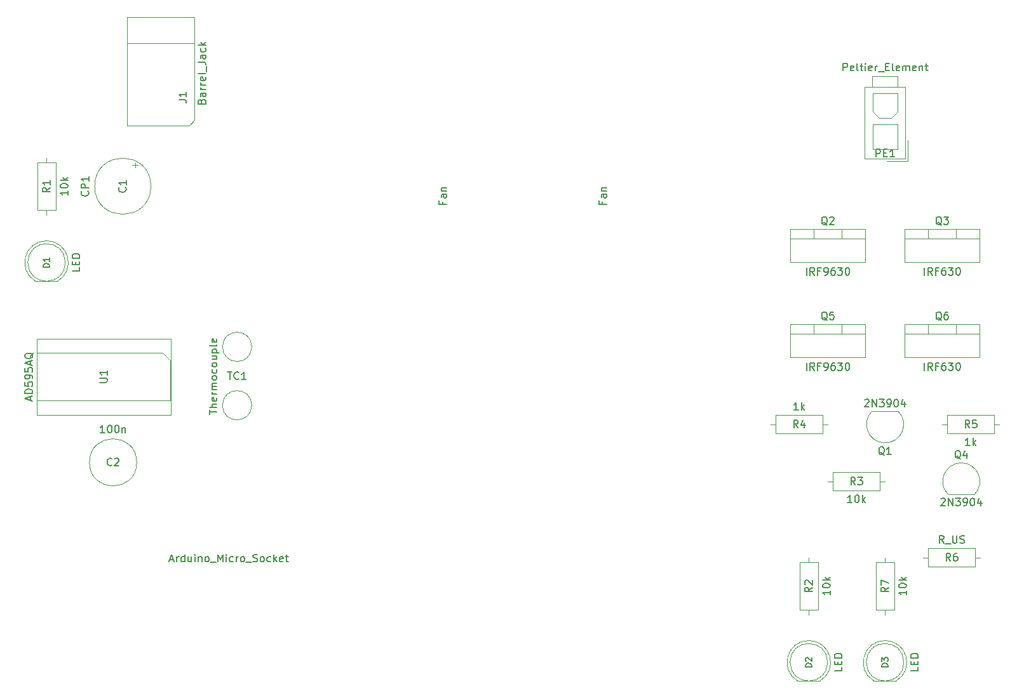
<source format=gbr>
From b5ea12bc78a52d32fb5c59e9b7ffdab06e773676 Mon Sep 17 00:00:00 2001
From: Blaise Thompson <blaise@untzag.com>
Date: Tue, 27 Jul 2021 16:55:04 -0500
Subject: revB

---
 PCB/gerber/thermoelectric-tube-F_Fab.gbr | 2505 ++++++++++++++++++++++++++++++
 1 file changed, 2505 insertions(+)
 create mode 100644 PCB/gerber/thermoelectric-tube-F_Fab.gbr

(limited to 'PCB/gerber/thermoelectric-tube-F_Fab.gbr')

diff --git a/PCB/gerber/thermoelectric-tube-F_Fab.gbr b/PCB/gerber/thermoelectric-tube-F_Fab.gbr
new file mode 100644
index 0000000..616f146
--- /dev/null
+++ b/PCB/gerber/thermoelectric-tube-F_Fab.gbr
@@ -0,0 +1,2505 @@
+G04 #@! TF.GenerationSoftware,KiCad,Pcbnew,5.1.8+dfsg1-1+b1*
+G04 #@! TF.CreationDate,2021-07-27T16:42:41-05:00*
+G04 #@! TF.ProjectId,thermoelectric-tube,74686572-6d6f-4656-9c65-63747269632d,B*
+G04 #@! TF.SameCoordinates,Original*
+G04 #@! TF.FileFunction,Other,Fab,Top*
+%FSLAX46Y46*%
+G04 Gerber Fmt 4.6, Leading zero omitted, Abs format (unit mm)*
+G04 Created by KiCad (PCBNEW 5.1.8+dfsg1-1+b1) date 2021-07-27 16:42:41*
+%MOMM*%
+%LPD*%
+G01*
+G04 APERTURE LIST*
+%ADD10C,0.100000*%
+%ADD11C,0.150000*%
+%ADD12C,0.200000*%
+G04 APERTURE END LIST*
+D10*
+X78150000Y-91440000D02*
+G75*
+G03*
+X78150000Y-91440000I-1950000J0D01*
+G01*
+X78150000Y-83640000D02*
+G75*
+G03*
+X78150000Y-83640000I-1950000J0D01*
+G01*
+X165610000Y-58900000D02*
+X165610000Y-56050000D01*
+X162760000Y-58900000D02*
+X165610000Y-58900000D01*
+X160910000Y-49800000D02*
+X164210000Y-49800000D01*
+X160910000Y-52275000D02*
+X160910000Y-49800000D01*
+X161735000Y-53100000D02*
+X160910000Y-52275000D01*
+X163385000Y-53100000D02*
+X161735000Y-53100000D01*
+X164210000Y-52275000D02*
+X163385000Y-53100000D01*
+X164210000Y-49800000D02*
+X164210000Y-52275000D01*
+X160910000Y-57300000D02*
+X164210000Y-57300000D01*
+X160910000Y-54000000D02*
+X160910000Y-57300000D01*
+X164210000Y-54000000D02*
+X160910000Y-54000000D01*
+X164210000Y-57300000D02*
+X164210000Y-54000000D01*
+X160860000Y-47550000D02*
+X160860000Y-48950000D01*
+X164260000Y-47550000D02*
+X160860000Y-47550000D01*
+X164260000Y-48950000D02*
+X164260000Y-47550000D01*
+X159860000Y-58550000D02*
+X165260000Y-58550000D01*
+X159860000Y-48950000D02*
+X159860000Y-58550000D01*
+X165260000Y-48950000D02*
+X159860000Y-48950000D01*
+X165260000Y-58550000D02*
+X165260000Y-48950000D01*
+X167640000Y-111760000D02*
+X168300000Y-111760000D01*
+X175260000Y-111760000D02*
+X174600000Y-111760000D01*
+X168300000Y-113010000D02*
+X174600000Y-113010000D01*
+X168300000Y-110510000D02*
+X168300000Y-113010000D01*
+X174600000Y-110510000D02*
+X168300000Y-110510000D01*
+X174600000Y-113010000D02*
+X174600000Y-110510000D01*
+X170980000Y-103350000D02*
+X174480000Y-103350000D01*
+X170966375Y-103353625D02*
+G75*
+G02*
+X172720000Y-99120000I1753625J1753625D01*
+G01*
+X174473625Y-103353625D02*
+G75*
+G03*
+X172720000Y-99120000I-1753625J1753625D01*
+G01*
+X164300000Y-92230000D02*
+X160800000Y-92230000D01*
+X164313625Y-92226375D02*
+G75*
+G02*
+X162560000Y-96460000I-1753625J-1753625D01*
+G01*
+X160806375Y-92226375D02*
+G75*
+G03*
+X162560000Y-96460000I1753625J-1753625D01*
+G01*
+X67370000Y-92710000D02*
+X67370000Y-82550000D01*
+X49470000Y-92710000D02*
+X67370000Y-92710000D01*
+X49470000Y-82550000D02*
+X49470000Y-92710000D01*
+X67370000Y-82550000D02*
+X49470000Y-82550000D01*
+X66310000Y-84455000D02*
+X67310000Y-85455000D01*
+X49530000Y-84455000D02*
+X66310000Y-84455000D01*
+X49530000Y-90805000D02*
+X49530000Y-84455000D01*
+X67310000Y-90805000D02*
+X49530000Y-90805000D01*
+X67310000Y-85455000D02*
+X67310000Y-90805000D01*
+X162560000Y-111760000D02*
+X162560000Y-112420000D01*
+X162560000Y-119380000D02*
+X162560000Y-118720000D01*
+X161310000Y-112420000D02*
+X161310000Y-118720000D01*
+X163810000Y-112420000D02*
+X161310000Y-112420000D01*
+X163810000Y-118720000D02*
+X163810000Y-112420000D01*
+X161310000Y-118720000D02*
+X163810000Y-118720000D01*
+X177800000Y-93980000D02*
+X177140000Y-93980000D01*
+X170180000Y-93980000D02*
+X170840000Y-93980000D01*
+X177140000Y-92730000D02*
+X170840000Y-92730000D01*
+X177140000Y-95230000D02*
+X177140000Y-92730000D01*
+X170840000Y-95230000D02*
+X177140000Y-95230000D01*
+X170840000Y-92730000D02*
+X170840000Y-95230000D01*
+X147320000Y-93980000D02*
+X147980000Y-93980000D01*
+X154940000Y-93980000D02*
+X154280000Y-93980000D01*
+X147980000Y-95230000D02*
+X154280000Y-95230000D01*
+X147980000Y-92730000D02*
+X147980000Y-95230000D01*
+X154280000Y-92730000D02*
+X147980000Y-92730000D01*
+X154280000Y-95230000D02*
+X154280000Y-92730000D01*
+X162560000Y-101600000D02*
+X161900000Y-101600000D01*
+X154940000Y-101600000D02*
+X155600000Y-101600000D01*
+X161900000Y-100350000D02*
+X155600000Y-100350000D01*
+X161900000Y-102850000D02*
+X161900000Y-100350000D01*
+X155600000Y-102850000D02*
+X161900000Y-102850000D01*
+X155600000Y-100350000D02*
+X155600000Y-102850000D01*
+X152400000Y-111760000D02*
+X152400000Y-112420000D01*
+X152400000Y-119380000D02*
+X152400000Y-118720000D01*
+X151150000Y-112420000D02*
+X151150000Y-118720000D01*
+X153650000Y-112420000D02*
+X151150000Y-112420000D01*
+X153650000Y-118720000D02*
+X153650000Y-112420000D01*
+X151150000Y-118720000D02*
+X153650000Y-118720000D01*
+X50800000Y-58420000D02*
+X50800000Y-59080000D01*
+X50800000Y-66040000D02*
+X50800000Y-65380000D01*
+X49550000Y-59080000D02*
+X49550000Y-65380000D01*
+X52050000Y-59080000D02*
+X49550000Y-59080000D01*
+X52050000Y-65380000D02*
+X52050000Y-59080000D01*
+X49550000Y-65380000D02*
+X52050000Y-65380000D01*
+X172030000Y-80670000D02*
+X172030000Y-81940000D01*
+X168330000Y-80670000D02*
+X168330000Y-81940000D01*
+X165180000Y-81940000D02*
+X175180000Y-81940000D01*
+X175180000Y-80670000D02*
+X165180000Y-80670000D01*
+X175180000Y-85070000D02*
+X175180000Y-80670000D01*
+X165180000Y-85070000D02*
+X175180000Y-85070000D01*
+X165180000Y-80670000D02*
+X165180000Y-85070000D01*
+X156790000Y-80670000D02*
+X156790000Y-81940000D01*
+X153090000Y-80670000D02*
+X153090000Y-81940000D01*
+X149940000Y-81940000D02*
+X159940000Y-81940000D01*
+X159940000Y-80670000D02*
+X149940000Y-80670000D01*
+X159940000Y-85070000D02*
+X159940000Y-80670000D01*
+X149940000Y-85070000D02*
+X159940000Y-85070000D01*
+X149940000Y-80670000D02*
+X149940000Y-85070000D01*
+X172030000Y-67970000D02*
+X172030000Y-69240000D01*
+X168330000Y-67970000D02*
+X168330000Y-69240000D01*
+X165180000Y-69240000D02*
+X175180000Y-69240000D01*
+X175180000Y-67970000D02*
+X165180000Y-67970000D01*
+X175180000Y-72370000D02*
+X175180000Y-67970000D01*
+X165180000Y-72370000D02*
+X175180000Y-72370000D01*
+X165180000Y-67970000D02*
+X165180000Y-72370000D01*
+X156790000Y-67970000D02*
+X156790000Y-69240000D01*
+X153090000Y-67970000D02*
+X153090000Y-69240000D01*
+X149940000Y-69240000D02*
+X159940000Y-69240000D01*
+X159940000Y-67970000D02*
+X149940000Y-67970000D01*
+X159940000Y-72370000D02*
+X159940000Y-67970000D01*
+X149940000Y-72370000D02*
+X159940000Y-72370000D01*
+X149940000Y-67970000D02*
+X149940000Y-72370000D01*
+X70540000Y-53340000D02*
+X70540000Y-39640000D01*
+X61540000Y-54140000D02*
+X69790000Y-54140000D01*
+X61540000Y-39640000D02*
+X61540000Y-54140000D01*
+X70540000Y-39640000D02*
+X61540000Y-39640000D01*
+X70540000Y-43140000D02*
+X61540000Y-43140000D01*
+X70545425Y-53336787D02*
+X69790000Y-54140000D01*
+X161090306Y-128230000D02*
+X164029694Y-128230000D01*
+X165060000Y-125730000D02*
+G75*
+G03*
+X165060000Y-125730000I-2500000J0D01*
+G01*
+X164029666Y-128230016D02*
+G75*
+G03*
+X161090306Y-128230000I-1469666J2500016D01*
+G01*
+X150930306Y-128230000D02*
+X153869694Y-128230000D01*
+X154900000Y-125730000D02*
+G75*
+G03*
+X154900000Y-125730000I-2500000J0D01*
+G01*
+X153869666Y-128230016D02*
+G75*
+G03*
+X150930306Y-128230000I-1469666J2500016D01*
+G01*
+X49330306Y-74890000D02*
+X52269694Y-74890000D01*
+X53300000Y-72390000D02*
+G75*
+G03*
+X53300000Y-72390000I-2500000J0D01*
+G01*
+X52269666Y-74890016D02*
+G75*
+G03*
+X49330306Y-74890000I-1469666J2500016D01*
+G01*
+X62820000Y-99060000D02*
+G75*
+G03*
+X62820000Y-99060000I-3150000J0D01*
+G01*
+X62972500Y-59373767D02*
+X62222500Y-59373767D01*
+X62597500Y-58998767D02*
+X62597500Y-59748767D01*
+X64710000Y-62210000D02*
+G75*
+G03*
+X64710000Y-62210000I-3750000J0D01*
+G01*
+D11*
+X72502380Y-92611428D02*
+X72502380Y-92040000D01*
+X73502380Y-92325714D02*
+X72502380Y-92325714D01*
+X73502380Y-91706666D02*
+X72502380Y-91706666D01*
+X73502380Y-91278095D02*
+X72978571Y-91278095D01*
+X72883333Y-91325714D01*
+X72835714Y-91420952D01*
+X72835714Y-91563809D01*
+X72883333Y-91659047D01*
+X72930952Y-91706666D01*
+X73454761Y-90420952D02*
+X73502380Y-90516190D01*
+X73502380Y-90706666D01*
+X73454761Y-90801904D01*
+X73359523Y-90849523D01*
+X72978571Y-90849523D01*
+X72883333Y-90801904D01*
+X72835714Y-90706666D01*
+X72835714Y-90516190D01*
+X72883333Y-90420952D01*
+X72978571Y-90373333D01*
+X73073809Y-90373333D01*
+X73169047Y-90849523D01*
+X73502380Y-89944761D02*
+X72835714Y-89944761D01*
+X73026190Y-89944761D02*
+X72930952Y-89897142D01*
+X72883333Y-89849523D01*
+X72835714Y-89754285D01*
+X72835714Y-89659047D01*
+X73502380Y-89325714D02*
+X72835714Y-89325714D01*
+X72930952Y-89325714D02*
+X72883333Y-89278095D01*
+X72835714Y-89182857D01*
+X72835714Y-89040000D01*
+X72883333Y-88944761D01*
+X72978571Y-88897142D01*
+X73502380Y-88897142D01*
+X72978571Y-88897142D02*
+X72883333Y-88849523D01*
+X72835714Y-88754285D01*
+X72835714Y-88611428D01*
+X72883333Y-88516190D01*
+X72978571Y-88468571D01*
+X73502380Y-88468571D01*
+X73502380Y-87849523D02*
+X73454761Y-87944761D01*
+X73407142Y-87992380D01*
+X73311904Y-88040000D01*
+X73026190Y-88040000D01*
+X72930952Y-87992380D01*
+X72883333Y-87944761D01*
+X72835714Y-87849523D01*
+X72835714Y-87706666D01*
+X72883333Y-87611428D01*
+X72930952Y-87563809D01*
+X73026190Y-87516190D01*
+X73311904Y-87516190D01*
+X73407142Y-87563809D01*
+X73454761Y-87611428D01*
+X73502380Y-87706666D01*
+X73502380Y-87849523D01*
+X73454761Y-86659047D02*
+X73502380Y-86754285D01*
+X73502380Y-86944761D01*
+X73454761Y-87040000D01*
+X73407142Y-87087619D01*
+X73311904Y-87135238D01*
+X73026190Y-87135238D01*
+X72930952Y-87087619D01*
+X72883333Y-87040000D01*
+X72835714Y-86944761D01*
+X72835714Y-86754285D01*
+X72883333Y-86659047D01*
+X73502380Y-86087619D02*
+X73454761Y-86182857D01*
+X73407142Y-86230476D01*
+X73311904Y-86278095D01*
+X73026190Y-86278095D01*
+X72930952Y-86230476D01*
+X72883333Y-86182857D01*
+X72835714Y-86087619D01*
+X72835714Y-85944761D01*
+X72883333Y-85849523D01*
+X72930952Y-85801904D01*
+X73026190Y-85754285D01*
+X73311904Y-85754285D01*
+X73407142Y-85801904D01*
+X73454761Y-85849523D01*
+X73502380Y-85944761D01*
+X73502380Y-86087619D01*
+X72835714Y-84897142D02*
+X73502380Y-84897142D01*
+X72835714Y-85325714D02*
+X73359523Y-85325714D01*
+X73454761Y-85278095D01*
+X73502380Y-85182857D01*
+X73502380Y-85040000D01*
+X73454761Y-84944761D01*
+X73407142Y-84897142D01*
+X72835714Y-84420952D02*
+X73835714Y-84420952D01*
+X72883333Y-84420952D02*
+X72835714Y-84325714D01*
+X72835714Y-84135238D01*
+X72883333Y-84040000D01*
+X72930952Y-83992380D01*
+X73026190Y-83944761D01*
+X73311904Y-83944761D01*
+X73407142Y-83992380D01*
+X73454761Y-84040000D01*
+X73502380Y-84135238D01*
+X73502380Y-84325714D01*
+X73454761Y-84420952D01*
+X73502380Y-83373333D02*
+X73454761Y-83468571D01*
+X73359523Y-83516190D01*
+X72502380Y-83516190D01*
+X73454761Y-82611428D02*
+X73502380Y-82706666D01*
+X73502380Y-82897142D01*
+X73454761Y-82992380D01*
+X73359523Y-83040000D01*
+X72978571Y-83040000D01*
+X72883333Y-82992380D01*
+X72835714Y-82897142D01*
+X72835714Y-82706666D01*
+X72883333Y-82611428D01*
+X72978571Y-82563809D01*
+X73073809Y-82563809D01*
+X73169047Y-83040000D01*
+X74938095Y-86992380D02*
+X75509523Y-86992380D01*
+X75223809Y-87992380D02*
+X75223809Y-86992380D01*
+X76414285Y-87897142D02*
+X76366666Y-87944761D01*
+X76223809Y-87992380D01*
+X76128571Y-87992380D01*
+X75985714Y-87944761D01*
+X75890476Y-87849523D01*
+X75842857Y-87754285D01*
+X75795238Y-87563809D01*
+X75795238Y-87420952D01*
+X75842857Y-87230476D01*
+X75890476Y-87135238D01*
+X75985714Y-87040000D01*
+X76128571Y-86992380D01*
+X76223809Y-86992380D01*
+X76366666Y-87040000D01*
+X76414285Y-87087619D01*
+X77366666Y-87992380D02*
+X76795238Y-87992380D01*
+X77080952Y-87992380D02*
+X77080952Y-86992380D01*
+X76985714Y-87135238D01*
+X76890476Y-87230476D01*
+X76795238Y-87278095D01*
+X156988571Y-46802380D02*
+X156988571Y-45802380D01*
+X157369523Y-45802380D01*
+X157464761Y-45850000D01*
+X157512380Y-45897619D01*
+X157560000Y-45992857D01*
+X157560000Y-46135714D01*
+X157512380Y-46230952D01*
+X157464761Y-46278571D01*
+X157369523Y-46326190D01*
+X156988571Y-46326190D01*
+X158369523Y-46754761D02*
+X158274285Y-46802380D01*
+X158083809Y-46802380D01*
+X157988571Y-46754761D01*
+X157940952Y-46659523D01*
+X157940952Y-46278571D01*
+X157988571Y-46183333D01*
+X158083809Y-46135714D01*
+X158274285Y-46135714D01*
+X158369523Y-46183333D01*
+X158417142Y-46278571D01*
+X158417142Y-46373809D01*
+X157940952Y-46469047D01*
+X158988571Y-46802380D02*
+X158893333Y-46754761D01*
+X158845714Y-46659523D01*
+X158845714Y-45802380D01*
+X159226666Y-46135714D02*
+X159607619Y-46135714D01*
+X159369523Y-45802380D02*
+X159369523Y-46659523D01*
+X159417142Y-46754761D01*
+X159512380Y-46802380D01*
+X159607619Y-46802380D01*
+X159940952Y-46802380D02*
+X159940952Y-46135714D01*
+X159940952Y-45802380D02*
+X159893333Y-45850000D01*
+X159940952Y-45897619D01*
+X159988571Y-45850000D01*
+X159940952Y-45802380D01*
+X159940952Y-45897619D01*
+X160798095Y-46754761D02*
+X160702857Y-46802380D01*
+X160512380Y-46802380D01*
+X160417142Y-46754761D01*
+X160369523Y-46659523D01*
+X160369523Y-46278571D01*
+X160417142Y-46183333D01*
+X160512380Y-46135714D01*
+X160702857Y-46135714D01*
+X160798095Y-46183333D01*
+X160845714Y-46278571D01*
+X160845714Y-46373809D01*
+X160369523Y-46469047D01*
+X161274285Y-46802380D02*
+X161274285Y-46135714D01*
+X161274285Y-46326190D02*
+X161321904Y-46230952D01*
+X161369523Y-46183333D01*
+X161464761Y-46135714D01*
+X161560000Y-46135714D01*
+X161655238Y-46897619D02*
+X162417142Y-46897619D01*
+X162655238Y-46278571D02*
+X162988571Y-46278571D01*
+X163131428Y-46802380D02*
+X162655238Y-46802380D01*
+X162655238Y-45802380D01*
+X163131428Y-45802380D01*
+X163702857Y-46802380D02*
+X163607619Y-46754761D01*
+X163560000Y-46659523D01*
+X163560000Y-45802380D01*
+X164464761Y-46754761D02*
+X164369523Y-46802380D01*
+X164179047Y-46802380D01*
+X164083809Y-46754761D01*
+X164036190Y-46659523D01*
+X164036190Y-46278571D01*
+X164083809Y-46183333D01*
+X164179047Y-46135714D01*
+X164369523Y-46135714D01*
+X164464761Y-46183333D01*
+X164512380Y-46278571D01*
+X164512380Y-46373809D01*
+X164036190Y-46469047D01*
+X164940952Y-46802380D02*
+X164940952Y-46135714D01*
+X164940952Y-46230952D02*
+X164988571Y-46183333D01*
+X165083809Y-46135714D01*
+X165226666Y-46135714D01*
+X165321904Y-46183333D01*
+X165369523Y-46278571D01*
+X165369523Y-46802380D01*
+X165369523Y-46278571D02*
+X165417142Y-46183333D01*
+X165512380Y-46135714D01*
+X165655238Y-46135714D01*
+X165750476Y-46183333D01*
+X165798095Y-46278571D01*
+X165798095Y-46802380D01*
+X166655238Y-46754761D02*
+X166560000Y-46802380D01*
+X166369523Y-46802380D01*
+X166274285Y-46754761D01*
+X166226666Y-46659523D01*
+X166226666Y-46278571D01*
+X166274285Y-46183333D01*
+X166369523Y-46135714D01*
+X166560000Y-46135714D01*
+X166655238Y-46183333D01*
+X166702857Y-46278571D01*
+X166702857Y-46373809D01*
+X166226666Y-46469047D01*
+X167131428Y-46135714D02*
+X167131428Y-46802380D01*
+X167131428Y-46230952D02*
+X167179047Y-46183333D01*
+X167274285Y-46135714D01*
+X167417142Y-46135714D01*
+X167512380Y-46183333D01*
+X167560000Y-46278571D01*
+X167560000Y-46802380D01*
+X167893333Y-46135714D02*
+X168274285Y-46135714D01*
+X168036190Y-45802380D02*
+X168036190Y-46659523D01*
+X168083809Y-46754761D01*
+X168179047Y-46802380D01*
+X168274285Y-46802380D01*
+X161369523Y-58302380D02*
+X161369523Y-57302380D01*
+X161750476Y-57302380D01*
+X161845714Y-57350000D01*
+X161893333Y-57397619D01*
+X161940952Y-57492857D01*
+X161940952Y-57635714D01*
+X161893333Y-57730952D01*
+X161845714Y-57778571D01*
+X161750476Y-57826190D01*
+X161369523Y-57826190D01*
+X162369523Y-57778571D02*
+X162702857Y-57778571D01*
+X162845714Y-58302380D02*
+X162369523Y-58302380D01*
+X162369523Y-57302380D01*
+X162845714Y-57302380D01*
+X163798095Y-58302380D02*
+X163226666Y-58302380D01*
+X163512380Y-58302380D02*
+X163512380Y-57302380D01*
+X163417142Y-57445238D01*
+X163321904Y-57540476D01*
+X163226666Y-57588095D01*
+X67240666Y-112036666D02*
+X67716857Y-112036666D01*
+X67145428Y-112322380D02*
+X67478761Y-111322380D01*
+X67812095Y-112322380D01*
+X68145428Y-112322380D02*
+X68145428Y-111655714D01*
+X68145428Y-111846190D02*
+X68193047Y-111750952D01*
+X68240666Y-111703333D01*
+X68335904Y-111655714D01*
+X68431142Y-111655714D01*
+X69193047Y-112322380D02*
+X69193047Y-111322380D01*
+X69193047Y-112274761D02*
+X69097809Y-112322380D01*
+X68907333Y-112322380D01*
+X68812095Y-112274761D01*
+X68764476Y-112227142D01*
+X68716857Y-112131904D01*
+X68716857Y-111846190D01*
+X68764476Y-111750952D01*
+X68812095Y-111703333D01*
+X68907333Y-111655714D01*
+X69097809Y-111655714D01*
+X69193047Y-111703333D01*
+X70097809Y-111655714D02*
+X70097809Y-112322380D01*
+X69669238Y-111655714D02*
+X69669238Y-112179523D01*
+X69716857Y-112274761D01*
+X69812095Y-112322380D01*
+X69954952Y-112322380D01*
+X70050190Y-112274761D01*
+X70097809Y-112227142D01*
+X70574000Y-112322380D02*
+X70574000Y-111655714D01*
+X70574000Y-111322380D02*
+X70526380Y-111370000D01*
+X70574000Y-111417619D01*
+X70621619Y-111370000D01*
+X70574000Y-111322380D01*
+X70574000Y-111417619D01*
+X71050190Y-111655714D02*
+X71050190Y-112322380D01*
+X71050190Y-111750952D02*
+X71097809Y-111703333D01*
+X71193047Y-111655714D01*
+X71335904Y-111655714D01*
+X71431142Y-111703333D01*
+X71478761Y-111798571D01*
+X71478761Y-112322380D01*
+X72097809Y-112322380D02*
+X72002571Y-112274761D01*
+X71954952Y-112227142D01*
+X71907333Y-112131904D01*
+X71907333Y-111846190D01*
+X71954952Y-111750952D01*
+X72002571Y-111703333D01*
+X72097809Y-111655714D01*
+X72240666Y-111655714D01*
+X72335904Y-111703333D01*
+X72383523Y-111750952D01*
+X72431142Y-111846190D01*
+X72431142Y-112131904D01*
+X72383523Y-112227142D01*
+X72335904Y-112274761D01*
+X72240666Y-112322380D01*
+X72097809Y-112322380D01*
+X72621619Y-112417619D02*
+X73383523Y-112417619D01*
+X73621619Y-112322380D02*
+X73621619Y-111322380D01*
+X73954952Y-112036666D01*
+X74288285Y-111322380D01*
+X74288285Y-112322380D01*
+X74764476Y-112322380D02*
+X74764476Y-111655714D01*
+X74764476Y-111322380D02*
+X74716857Y-111370000D01*
+X74764476Y-111417619D01*
+X74812095Y-111370000D01*
+X74764476Y-111322380D01*
+X74764476Y-111417619D01*
+X75669238Y-112274761D02*
+X75574000Y-112322380D01*
+X75383523Y-112322380D01*
+X75288285Y-112274761D01*
+X75240666Y-112227142D01*
+X75193047Y-112131904D01*
+X75193047Y-111846190D01*
+X75240666Y-111750952D01*
+X75288285Y-111703333D01*
+X75383523Y-111655714D01*
+X75574000Y-111655714D01*
+X75669238Y-111703333D01*
+X76097809Y-112322380D02*
+X76097809Y-111655714D01*
+X76097809Y-111846190D02*
+X76145428Y-111750952D01*
+X76193047Y-111703333D01*
+X76288285Y-111655714D01*
+X76383523Y-111655714D01*
+X76859714Y-112322380D02*
+X76764476Y-112274761D01*
+X76716857Y-112227142D01*
+X76669238Y-112131904D01*
+X76669238Y-111846190D01*
+X76716857Y-111750952D01*
+X76764476Y-111703333D01*
+X76859714Y-111655714D01*
+X77002571Y-111655714D01*
+X77097809Y-111703333D01*
+X77145428Y-111750952D01*
+X77193047Y-111846190D01*
+X77193047Y-112131904D01*
+X77145428Y-112227142D01*
+X77097809Y-112274761D01*
+X77002571Y-112322380D01*
+X76859714Y-112322380D01*
+X77383523Y-112417619D02*
+X78145428Y-112417619D01*
+X78335904Y-112274761D02*
+X78478761Y-112322380D01*
+X78716857Y-112322380D01*
+X78812095Y-112274761D01*
+X78859714Y-112227142D01*
+X78907333Y-112131904D01*
+X78907333Y-112036666D01*
+X78859714Y-111941428D01*
+X78812095Y-111893809D01*
+X78716857Y-111846190D01*
+X78526380Y-111798571D01*
+X78431142Y-111750952D01*
+X78383523Y-111703333D01*
+X78335904Y-111608095D01*
+X78335904Y-111512857D01*
+X78383523Y-111417619D01*
+X78431142Y-111370000D01*
+X78526380Y-111322380D01*
+X78764476Y-111322380D01*
+X78907333Y-111370000D01*
+X79478761Y-112322380D02*
+X79383523Y-112274761D01*
+X79335904Y-112227142D01*
+X79288285Y-112131904D01*
+X79288285Y-111846190D01*
+X79335904Y-111750952D01*
+X79383523Y-111703333D01*
+X79478761Y-111655714D01*
+X79621619Y-111655714D01*
+X79716857Y-111703333D01*
+X79764476Y-111750952D01*
+X79812095Y-111846190D01*
+X79812095Y-112131904D01*
+X79764476Y-112227142D01*
+X79716857Y-112274761D01*
+X79621619Y-112322380D01*
+X79478761Y-112322380D01*
+X80669238Y-112274761D02*
+X80574000Y-112322380D01*
+X80383523Y-112322380D01*
+X80288285Y-112274761D01*
+X80240666Y-112227142D01*
+X80193047Y-112131904D01*
+X80193047Y-111846190D01*
+X80240666Y-111750952D01*
+X80288285Y-111703333D01*
+X80383523Y-111655714D01*
+X80574000Y-111655714D01*
+X80669238Y-111703333D01*
+X81097809Y-112322380D02*
+X81097809Y-111322380D01*
+X81193047Y-111941428D02*
+X81478761Y-112322380D01*
+X81478761Y-111655714D02*
+X81097809Y-112036666D01*
+X82288285Y-112274761D02*
+X82193047Y-112322380D01*
+X82002571Y-112322380D01*
+X81907333Y-112274761D01*
+X81859714Y-112179523D01*
+X81859714Y-111798571D01*
+X81907333Y-111703333D01*
+X82002571Y-111655714D01*
+X82193047Y-111655714D01*
+X82288285Y-111703333D01*
+X82335904Y-111798571D01*
+X82335904Y-111893809D01*
+X81859714Y-111989047D01*
+X82621619Y-111655714D02*
+X83002571Y-111655714D01*
+X82764476Y-111322380D02*
+X82764476Y-112179523D01*
+X82812095Y-112274761D01*
+X82907333Y-112322380D01*
+X83002571Y-112322380D01*
+X124888571Y-64261904D02*
+X124888571Y-64595238D01*
+X125412380Y-64595238D02*
+X124412380Y-64595238D01*
+X124412380Y-64119047D01*
+X125412380Y-63309523D02*
+X124888571Y-63309523D01*
+X124793333Y-63357142D01*
+X124745714Y-63452380D01*
+X124745714Y-63642857D01*
+X124793333Y-63738095D01*
+X125364761Y-63309523D02*
+X125412380Y-63404761D01*
+X125412380Y-63642857D01*
+X125364761Y-63738095D01*
+X125269523Y-63785714D01*
+X125174285Y-63785714D01*
+X125079047Y-63738095D01*
+X125031428Y-63642857D01*
+X125031428Y-63404761D01*
+X124983809Y-63309523D01*
+X124745714Y-62833333D02*
+X125412380Y-62833333D01*
+X124840952Y-62833333D02*
+X124793333Y-62785714D01*
+X124745714Y-62690476D01*
+X124745714Y-62547619D01*
+X124793333Y-62452380D01*
+X124888571Y-62404761D01*
+X125412380Y-62404761D01*
+X103568571Y-64261904D02*
+X103568571Y-64595238D01*
+X104092380Y-64595238D02*
+X103092380Y-64595238D01*
+X103092380Y-64119047D01*
+X104092380Y-63309523D02*
+X103568571Y-63309523D01*
+X103473333Y-63357142D01*
+X103425714Y-63452380D01*
+X103425714Y-63642857D01*
+X103473333Y-63738095D01*
+X104044761Y-63309523D02*
+X104092380Y-63404761D01*
+X104092380Y-63642857D01*
+X104044761Y-63738095D01*
+X103949523Y-63785714D01*
+X103854285Y-63785714D01*
+X103759047Y-63738095D01*
+X103711428Y-63642857D01*
+X103711428Y-63404761D01*
+X103663809Y-63309523D01*
+X103425714Y-62833333D02*
+X104092380Y-62833333D01*
+X103520952Y-62833333D02*
+X103473333Y-62785714D01*
+X103425714Y-62690476D01*
+X103425714Y-62547619D01*
+X103473333Y-62452380D01*
+X103568571Y-62404761D01*
+X104092380Y-62404761D01*
+X170378571Y-109842380D02*
+X170045238Y-109366190D01*
+X169807142Y-109842380D02*
+X169807142Y-108842380D01*
+X170188095Y-108842380D01*
+X170283333Y-108890000D01*
+X170330952Y-108937619D01*
+X170378571Y-109032857D01*
+X170378571Y-109175714D01*
+X170330952Y-109270952D01*
+X170283333Y-109318571D01*
+X170188095Y-109366190D01*
+X169807142Y-109366190D01*
+X170569047Y-109937619D02*
+X171330952Y-109937619D01*
+X171569047Y-108842380D02*
+X171569047Y-109651904D01*
+X171616666Y-109747142D01*
+X171664285Y-109794761D01*
+X171759523Y-109842380D01*
+X171950000Y-109842380D01*
+X172045238Y-109794761D01*
+X172092857Y-109747142D01*
+X172140476Y-109651904D01*
+X172140476Y-108842380D01*
+X172569047Y-109794761D02*
+X172711904Y-109842380D01*
+X172950000Y-109842380D01*
+X173045238Y-109794761D01*
+X173092857Y-109747142D01*
+X173140476Y-109651904D01*
+X173140476Y-109556666D01*
+X173092857Y-109461428D01*
+X173045238Y-109413809D01*
+X172950000Y-109366190D01*
+X172759523Y-109318571D01*
+X172664285Y-109270952D01*
+X172616666Y-109223333D01*
+X172569047Y-109128095D01*
+X172569047Y-109032857D01*
+X172616666Y-108937619D01*
+X172664285Y-108890000D01*
+X172759523Y-108842380D01*
+X172997619Y-108842380D01*
+X173140476Y-108890000D01*
+X171283333Y-112212380D02*
+X170950000Y-111736190D01*
+X170711904Y-112212380D02*
+X170711904Y-111212380D01*
+X171092857Y-111212380D01*
+X171188095Y-111260000D01*
+X171235714Y-111307619D01*
+X171283333Y-111402857D01*
+X171283333Y-111545714D01*
+X171235714Y-111640952D01*
+X171188095Y-111688571D01*
+X171092857Y-111736190D01*
+X170711904Y-111736190D01*
+X172140476Y-111212380D02*
+X171950000Y-111212380D01*
+X171854761Y-111260000D01*
+X171807142Y-111307619D01*
+X171711904Y-111450476D01*
+X171664285Y-111640952D01*
+X171664285Y-112021904D01*
+X171711904Y-112117142D01*
+X171759523Y-112164761D01*
+X171854761Y-112212380D01*
+X172045238Y-112212380D01*
+X172140476Y-112164761D01*
+X172188095Y-112117142D01*
+X172235714Y-112021904D01*
+X172235714Y-111783809D01*
+X172188095Y-111688571D01*
+X172140476Y-111640952D01*
+X172045238Y-111593333D01*
+X171854761Y-111593333D01*
+X171759523Y-111640952D01*
+X171711904Y-111688571D01*
+X171664285Y-111783809D01*
+X170005714Y-103937619D02*
+X170053333Y-103890000D01*
+X170148571Y-103842380D01*
+X170386666Y-103842380D01*
+X170481904Y-103890000D01*
+X170529523Y-103937619D01*
+X170577142Y-104032857D01*
+X170577142Y-104128095D01*
+X170529523Y-104270952D01*
+X169958095Y-104842380D01*
+X170577142Y-104842380D01*
+X171005714Y-104842380D02*
+X171005714Y-103842380D01*
+X171577142Y-104842380D01*
+X171577142Y-103842380D01*
+X171958095Y-103842380D02*
+X172577142Y-103842380D01*
+X172243809Y-104223333D01*
+X172386666Y-104223333D01*
+X172481904Y-104270952D01*
+X172529523Y-104318571D01*
+X172577142Y-104413809D01*
+X172577142Y-104651904D01*
+X172529523Y-104747142D01*
+X172481904Y-104794761D01*
+X172386666Y-104842380D01*
+X172100952Y-104842380D01*
+X172005714Y-104794761D01*
+X171958095Y-104747142D01*
+X173053333Y-104842380D02*
+X173243809Y-104842380D01*
+X173339047Y-104794761D01*
+X173386666Y-104747142D01*
+X173481904Y-104604285D01*
+X173529523Y-104413809D01*
+X173529523Y-104032857D01*
+X173481904Y-103937619D01*
+X173434285Y-103890000D01*
+X173339047Y-103842380D01*
+X173148571Y-103842380D01*
+X173053333Y-103890000D01*
+X173005714Y-103937619D01*
+X172958095Y-104032857D01*
+X172958095Y-104270952D01*
+X173005714Y-104366190D01*
+X173053333Y-104413809D01*
+X173148571Y-104461428D01*
+X173339047Y-104461428D01*
+X173434285Y-104413809D01*
+X173481904Y-104366190D01*
+X173529523Y-104270952D01*
+X174148571Y-103842380D02*
+X174243809Y-103842380D01*
+X174339047Y-103890000D01*
+X174386666Y-103937619D01*
+X174434285Y-104032857D01*
+X174481904Y-104223333D01*
+X174481904Y-104461428D01*
+X174434285Y-104651904D01*
+X174386666Y-104747142D01*
+X174339047Y-104794761D01*
+X174243809Y-104842380D01*
+X174148571Y-104842380D01*
+X174053333Y-104794761D01*
+X174005714Y-104747142D01*
+X173958095Y-104651904D01*
+X173910476Y-104461428D01*
+X173910476Y-104223333D01*
+X173958095Y-104032857D01*
+X174005714Y-103937619D01*
+X174053333Y-103890000D01*
+X174148571Y-103842380D01*
+X175339047Y-104175714D02*
+X175339047Y-104842380D01*
+X175100952Y-103794761D02*
+X174862857Y-104509047D01*
+X175481904Y-104509047D01*
+X172624761Y-98587619D02*
+X172529523Y-98540000D01*
+X172434285Y-98444761D01*
+X172291428Y-98301904D01*
+X172196190Y-98254285D01*
+X172100952Y-98254285D01*
+X172148571Y-98492380D02*
+X172053333Y-98444761D01*
+X171958095Y-98349523D01*
+X171910476Y-98159047D01*
+X171910476Y-97825714D01*
+X171958095Y-97635238D01*
+X172053333Y-97540000D01*
+X172148571Y-97492380D01*
+X172339047Y-97492380D01*
+X172434285Y-97540000D01*
+X172529523Y-97635238D01*
+X172577142Y-97825714D01*
+X172577142Y-98159047D01*
+X172529523Y-98349523D01*
+X172434285Y-98444761D01*
+X172339047Y-98492380D01*
+X172148571Y-98492380D01*
+X173434285Y-97825714D02*
+X173434285Y-98492380D01*
+X173196190Y-97444761D02*
+X172958095Y-98159047D01*
+X173577142Y-98159047D01*
+X159845714Y-90737619D02*
+X159893333Y-90690000D01*
+X159988571Y-90642380D01*
+X160226666Y-90642380D01*
+X160321904Y-90690000D01*
+X160369523Y-90737619D01*
+X160417142Y-90832857D01*
+X160417142Y-90928095D01*
+X160369523Y-91070952D01*
+X159798095Y-91642380D01*
+X160417142Y-91642380D01*
+X160845714Y-91642380D02*
+X160845714Y-90642380D01*
+X161417142Y-91642380D01*
+X161417142Y-90642380D01*
+X161798095Y-90642380D02*
+X162417142Y-90642380D01*
+X162083809Y-91023333D01*
+X162226666Y-91023333D01*
+X162321904Y-91070952D01*
+X162369523Y-91118571D01*
+X162417142Y-91213809D01*
+X162417142Y-91451904D01*
+X162369523Y-91547142D01*
+X162321904Y-91594761D01*
+X162226666Y-91642380D01*
+X161940952Y-91642380D01*
+X161845714Y-91594761D01*
+X161798095Y-91547142D01*
+X162893333Y-91642380D02*
+X163083809Y-91642380D01*
+X163179047Y-91594761D01*
+X163226666Y-91547142D01*
+X163321904Y-91404285D01*
+X163369523Y-91213809D01*
+X163369523Y-90832857D01*
+X163321904Y-90737619D01*
+X163274285Y-90690000D01*
+X163179047Y-90642380D01*
+X162988571Y-90642380D01*
+X162893333Y-90690000D01*
+X162845714Y-90737619D01*
+X162798095Y-90832857D01*
+X162798095Y-91070952D01*
+X162845714Y-91166190D01*
+X162893333Y-91213809D01*
+X162988571Y-91261428D01*
+X163179047Y-91261428D01*
+X163274285Y-91213809D01*
+X163321904Y-91166190D01*
+X163369523Y-91070952D01*
+X163988571Y-90642380D02*
+X164083809Y-90642380D01*
+X164179047Y-90690000D01*
+X164226666Y-90737619D01*
+X164274285Y-90832857D01*
+X164321904Y-91023333D01*
+X164321904Y-91261428D01*
+X164274285Y-91451904D01*
+X164226666Y-91547142D01*
+X164179047Y-91594761D01*
+X164083809Y-91642380D01*
+X163988571Y-91642380D01*
+X163893333Y-91594761D01*
+X163845714Y-91547142D01*
+X163798095Y-91451904D01*
+X163750476Y-91261428D01*
+X163750476Y-91023333D01*
+X163798095Y-90832857D01*
+X163845714Y-90737619D01*
+X163893333Y-90690000D01*
+X163988571Y-90642380D01*
+X165179047Y-90975714D02*
+X165179047Y-91642380D01*
+X164940952Y-90594761D02*
+X164702857Y-91309047D01*
+X165321904Y-91309047D01*
+X162464761Y-98087619D02*
+X162369523Y-98040000D01*
+X162274285Y-97944761D01*
+X162131428Y-97801904D01*
+X162036190Y-97754285D01*
+X161940952Y-97754285D01*
+X161988571Y-97992380D02*
+X161893333Y-97944761D01*
+X161798095Y-97849523D01*
+X161750476Y-97659047D01*
+X161750476Y-97325714D01*
+X161798095Y-97135238D01*
+X161893333Y-97040000D01*
+X161988571Y-96992380D01*
+X162179047Y-96992380D01*
+X162274285Y-97040000D01*
+X162369523Y-97135238D01*
+X162417142Y-97325714D01*
+X162417142Y-97659047D01*
+X162369523Y-97849523D01*
+X162274285Y-97944761D01*
+X162179047Y-97992380D01*
+X161988571Y-97992380D01*
+X163369523Y-97992380D02*
+X162798095Y-97992380D01*
+X163083809Y-97992380D02*
+X163083809Y-96992380D01*
+X162988571Y-97135238D01*
+X162893333Y-97230476D01*
+X162798095Y-97278095D01*
+X48636666Y-90749047D02*
+X48636666Y-90272857D01*
+X48922380Y-90844285D02*
+X47922380Y-90510952D01*
+X48922380Y-90177619D01*
+X48922380Y-89844285D02*
+X47922380Y-89844285D01*
+X47922380Y-89606190D01*
+X47970000Y-89463333D01*
+X48065238Y-89368095D01*
+X48160476Y-89320476D01*
+X48350952Y-89272857D01*
+X48493809Y-89272857D01*
+X48684285Y-89320476D01*
+X48779523Y-89368095D01*
+X48874761Y-89463333D01*
+X48922380Y-89606190D01*
+X48922380Y-89844285D01*
+X47922380Y-88368095D02*
+X47922380Y-88844285D01*
+X48398571Y-88891904D01*
+X48350952Y-88844285D01*
+X48303333Y-88749047D01*
+X48303333Y-88510952D01*
+X48350952Y-88415714D01*
+X48398571Y-88368095D01*
+X48493809Y-88320476D01*
+X48731904Y-88320476D01*
+X48827142Y-88368095D01*
+X48874761Y-88415714D01*
+X48922380Y-88510952D01*
+X48922380Y-88749047D01*
+X48874761Y-88844285D01*
+X48827142Y-88891904D01*
+X48922380Y-87844285D02*
+X48922380Y-87653809D01*
+X48874761Y-87558571D01*
+X48827142Y-87510952D01*
+X48684285Y-87415714D01*
+X48493809Y-87368095D01*
+X48112857Y-87368095D01*
+X48017619Y-87415714D01*
+X47970000Y-87463333D01*
+X47922380Y-87558571D01*
+X47922380Y-87749047D01*
+X47970000Y-87844285D01*
+X48017619Y-87891904D01*
+X48112857Y-87939523D01*
+X48350952Y-87939523D01*
+X48446190Y-87891904D01*
+X48493809Y-87844285D01*
+X48541428Y-87749047D01*
+X48541428Y-87558571D01*
+X48493809Y-87463333D01*
+X48446190Y-87415714D01*
+X48350952Y-87368095D01*
+X47922380Y-86463333D02*
+X47922380Y-86939523D01*
+X48398571Y-86987142D01*
+X48350952Y-86939523D01*
+X48303333Y-86844285D01*
+X48303333Y-86606190D01*
+X48350952Y-86510952D01*
+X48398571Y-86463333D01*
+X48493809Y-86415714D01*
+X48731904Y-86415714D01*
+X48827142Y-86463333D01*
+X48874761Y-86510952D01*
+X48922380Y-86606190D01*
+X48922380Y-86844285D01*
+X48874761Y-86939523D01*
+X48827142Y-86987142D01*
+X48636666Y-86034761D02*
+X48636666Y-85558571D01*
+X48922380Y-86130000D02*
+X47922380Y-85796666D01*
+X48922380Y-85463333D01*
+X49017619Y-84463333D02*
+X48970000Y-84558571D01*
+X48874761Y-84653809D01*
+X48731904Y-84796666D01*
+X48684285Y-84891904D01*
+X48684285Y-84987142D01*
+X48922380Y-84939523D02*
+X48874761Y-85034761D01*
+X48779523Y-85130000D01*
+X48589047Y-85177619D01*
+X48255714Y-85177619D01*
+X48065238Y-85130000D01*
+X47970000Y-85034761D01*
+X47922380Y-84939523D01*
+X47922380Y-84749047D01*
+X47970000Y-84653809D01*
+X48065238Y-84558571D01*
+X48255714Y-84510952D01*
+X48589047Y-84510952D01*
+X48779523Y-84558571D01*
+X48874761Y-84653809D01*
+X48922380Y-84749047D01*
+X48922380Y-84939523D01*
+X57872380Y-88391904D02*
+X58681904Y-88391904D01*
+X58777142Y-88344285D01*
+X58824761Y-88296666D01*
+X58872380Y-88201428D01*
+X58872380Y-88010952D01*
+X58824761Y-87915714D01*
+X58777142Y-87868095D01*
+X58681904Y-87820476D01*
+X57872380Y-87820476D01*
+X58872380Y-86820476D02*
+X58872380Y-87391904D01*
+X58872380Y-87106190D02*
+X57872380Y-87106190D01*
+X58015238Y-87201428D01*
+X58110476Y-87296666D01*
+X58158095Y-87391904D01*
+X165382380Y-116165238D02*
+X165382380Y-116736666D01*
+X165382380Y-116450952D02*
+X164382380Y-116450952D01*
+X164525238Y-116546190D01*
+X164620476Y-116641428D01*
+X164668095Y-116736666D01*
+X164382380Y-115546190D02*
+X164382380Y-115450952D01*
+X164430000Y-115355714D01*
+X164477619Y-115308095D01*
+X164572857Y-115260476D01*
+X164763333Y-115212857D01*
+X165001428Y-115212857D01*
+X165191904Y-115260476D01*
+X165287142Y-115308095D01*
+X165334761Y-115355714D01*
+X165382380Y-115450952D01*
+X165382380Y-115546190D01*
+X165334761Y-115641428D01*
+X165287142Y-115689047D01*
+X165191904Y-115736666D01*
+X165001428Y-115784285D01*
+X164763333Y-115784285D01*
+X164572857Y-115736666D01*
+X164477619Y-115689047D01*
+X164430000Y-115641428D01*
+X164382380Y-115546190D01*
+X165382380Y-114784285D02*
+X164382380Y-114784285D01*
+X165001428Y-114689047D02*
+X165382380Y-114403333D01*
+X164715714Y-114403333D02*
+X165096666Y-114784285D01*
+X163012380Y-115736666D02*
+X162536190Y-116070000D01*
+X163012380Y-116308095D02*
+X162012380Y-116308095D01*
+X162012380Y-115927142D01*
+X162060000Y-115831904D01*
+X162107619Y-115784285D01*
+X162202857Y-115736666D01*
+X162345714Y-115736666D01*
+X162440952Y-115784285D01*
+X162488571Y-115831904D01*
+X162536190Y-115927142D01*
+X162536190Y-116308095D01*
+X162012380Y-115403333D02*
+X162012380Y-114736666D01*
+X163012380Y-115165238D01*
+X173870952Y-96802380D02*
+X173299523Y-96802380D01*
+X173585238Y-96802380D02*
+X173585238Y-95802380D01*
+X173490000Y-95945238D01*
+X173394761Y-96040476D01*
+X173299523Y-96088095D01*
+X174299523Y-96802380D02*
+X174299523Y-95802380D01*
+X174394761Y-96421428D02*
+X174680476Y-96802380D01*
+X174680476Y-96135714D02*
+X174299523Y-96516666D01*
+X173823333Y-94432380D02*
+X173490000Y-93956190D01*
+X173251904Y-94432380D02*
+X173251904Y-93432380D01*
+X173632857Y-93432380D01*
+X173728095Y-93480000D01*
+X173775714Y-93527619D01*
+X173823333Y-93622857D01*
+X173823333Y-93765714D01*
+X173775714Y-93860952D01*
+X173728095Y-93908571D01*
+X173632857Y-93956190D01*
+X173251904Y-93956190D01*
+X174728095Y-93432380D02*
+X174251904Y-93432380D01*
+X174204285Y-93908571D01*
+X174251904Y-93860952D01*
+X174347142Y-93813333D01*
+X174585238Y-93813333D01*
+X174680476Y-93860952D01*
+X174728095Y-93908571D01*
+X174775714Y-94003809D01*
+X174775714Y-94241904D01*
+X174728095Y-94337142D01*
+X174680476Y-94384761D01*
+X174585238Y-94432380D01*
+X174347142Y-94432380D01*
+X174251904Y-94384761D01*
+X174204285Y-94337142D01*
+X151010952Y-92062380D02*
+X150439523Y-92062380D01*
+X150725238Y-92062380D02*
+X150725238Y-91062380D01*
+X150630000Y-91205238D01*
+X150534761Y-91300476D01*
+X150439523Y-91348095D01*
+X151439523Y-92062380D02*
+X151439523Y-91062380D01*
+X151534761Y-91681428D02*
+X151820476Y-92062380D01*
+X151820476Y-91395714D02*
+X151439523Y-91776666D01*
+X150963333Y-94432380D02*
+X150630000Y-93956190D01*
+X150391904Y-94432380D02*
+X150391904Y-93432380D01*
+X150772857Y-93432380D01*
+X150868095Y-93480000D01*
+X150915714Y-93527619D01*
+X150963333Y-93622857D01*
+X150963333Y-93765714D01*
+X150915714Y-93860952D01*
+X150868095Y-93908571D01*
+X150772857Y-93956190D01*
+X150391904Y-93956190D01*
+X151820476Y-93765714D02*
+X151820476Y-94432380D01*
+X151582380Y-93384761D02*
+X151344285Y-94099047D01*
+X151963333Y-94099047D01*
+X158154761Y-104422380D02*
+X157583333Y-104422380D01*
+X157869047Y-104422380D02*
+X157869047Y-103422380D01*
+X157773809Y-103565238D01*
+X157678571Y-103660476D01*
+X157583333Y-103708095D01*
+X158773809Y-103422380D02*
+X158869047Y-103422380D01*
+X158964285Y-103470000D01*
+X159011904Y-103517619D01*
+X159059523Y-103612857D01*
+X159107142Y-103803333D01*
+X159107142Y-104041428D01*
+X159059523Y-104231904D01*
+X159011904Y-104327142D01*
+X158964285Y-104374761D01*
+X158869047Y-104422380D01*
+X158773809Y-104422380D01*
+X158678571Y-104374761D01*
+X158630952Y-104327142D01*
+X158583333Y-104231904D01*
+X158535714Y-104041428D01*
+X158535714Y-103803333D01*
+X158583333Y-103612857D01*
+X158630952Y-103517619D01*
+X158678571Y-103470000D01*
+X158773809Y-103422380D01*
+X159535714Y-104422380D02*
+X159535714Y-103422380D01*
+X159630952Y-104041428D02*
+X159916666Y-104422380D01*
+X159916666Y-103755714D02*
+X159535714Y-104136666D01*
+X158583333Y-102052380D02*
+X158250000Y-101576190D01*
+X158011904Y-102052380D02*
+X158011904Y-101052380D01*
+X158392857Y-101052380D01*
+X158488095Y-101100000D01*
+X158535714Y-101147619D01*
+X158583333Y-101242857D01*
+X158583333Y-101385714D01*
+X158535714Y-101480952D01*
+X158488095Y-101528571D01*
+X158392857Y-101576190D01*
+X158011904Y-101576190D01*
+X158916666Y-101052380D02*
+X159535714Y-101052380D01*
+X159202380Y-101433333D01*
+X159345238Y-101433333D01*
+X159440476Y-101480952D01*
+X159488095Y-101528571D01*
+X159535714Y-101623809D01*
+X159535714Y-101861904D01*
+X159488095Y-101957142D01*
+X159440476Y-102004761D01*
+X159345238Y-102052380D01*
+X159059523Y-102052380D01*
+X158964285Y-102004761D01*
+X158916666Y-101957142D01*
+X155222380Y-116165238D02*
+X155222380Y-116736666D01*
+X155222380Y-116450952D02*
+X154222380Y-116450952D01*
+X154365238Y-116546190D01*
+X154460476Y-116641428D01*
+X154508095Y-116736666D01*
+X154222380Y-115546190D02*
+X154222380Y-115450952D01*
+X154270000Y-115355714D01*
+X154317619Y-115308095D01*
+X154412857Y-115260476D01*
+X154603333Y-115212857D01*
+X154841428Y-115212857D01*
+X155031904Y-115260476D01*
+X155127142Y-115308095D01*
+X155174761Y-115355714D01*
+X155222380Y-115450952D01*
+X155222380Y-115546190D01*
+X155174761Y-115641428D01*
+X155127142Y-115689047D01*
+X155031904Y-115736666D01*
+X154841428Y-115784285D01*
+X154603333Y-115784285D01*
+X154412857Y-115736666D01*
+X154317619Y-115689047D01*
+X154270000Y-115641428D01*
+X154222380Y-115546190D01*
+X155222380Y-114784285D02*
+X154222380Y-114784285D01*
+X154841428Y-114689047D02*
+X155222380Y-114403333D01*
+X154555714Y-114403333D02*
+X154936666Y-114784285D01*
+X152852380Y-115736666D02*
+X152376190Y-116070000D01*
+X152852380Y-116308095D02*
+X151852380Y-116308095D01*
+X151852380Y-115927142D01*
+X151900000Y-115831904D01*
+X151947619Y-115784285D01*
+X152042857Y-115736666D01*
+X152185714Y-115736666D01*
+X152280952Y-115784285D01*
+X152328571Y-115831904D01*
+X152376190Y-115927142D01*
+X152376190Y-116308095D01*
+X151947619Y-115355714D02*
+X151900000Y-115308095D01*
+X151852380Y-115212857D01*
+X151852380Y-114974761D01*
+X151900000Y-114879523D01*
+X151947619Y-114831904D01*
+X152042857Y-114784285D01*
+X152138095Y-114784285D01*
+X152280952Y-114831904D01*
+X152852380Y-115403333D01*
+X152852380Y-114784285D01*
+X53622380Y-62825238D02*
+X53622380Y-63396666D01*
+X53622380Y-63110952D02*
+X52622380Y-63110952D01*
+X52765238Y-63206190D01*
+X52860476Y-63301428D01*
+X52908095Y-63396666D01*
+X52622380Y-62206190D02*
+X52622380Y-62110952D01*
+X52670000Y-62015714D01*
+X52717619Y-61968095D01*
+X52812857Y-61920476D01*
+X53003333Y-61872857D01*
+X53241428Y-61872857D01*
+X53431904Y-61920476D01*
+X53527142Y-61968095D01*
+X53574761Y-62015714D01*
+X53622380Y-62110952D01*
+X53622380Y-62206190D01*
+X53574761Y-62301428D01*
+X53527142Y-62349047D01*
+X53431904Y-62396666D01*
+X53241428Y-62444285D01*
+X53003333Y-62444285D01*
+X52812857Y-62396666D01*
+X52717619Y-62349047D01*
+X52670000Y-62301428D01*
+X52622380Y-62206190D01*
+X53622380Y-61444285D02*
+X52622380Y-61444285D01*
+X53241428Y-61349047D02*
+X53622380Y-61063333D01*
+X52955714Y-61063333D02*
+X53336666Y-61444285D01*
+X51252380Y-62396666D02*
+X50776190Y-62730000D01*
+X51252380Y-62968095D02*
+X50252380Y-62968095D01*
+X50252380Y-62587142D01*
+X50300000Y-62491904D01*
+X50347619Y-62444285D01*
+X50442857Y-62396666D01*
+X50585714Y-62396666D01*
+X50680952Y-62444285D01*
+X50728571Y-62491904D01*
+X50776190Y-62587142D01*
+X50776190Y-62968095D01*
+X51252380Y-61444285D02*
+X51252380Y-62015714D01*
+X51252380Y-61730000D02*
+X50252380Y-61730000D01*
+X50395238Y-61825238D01*
+X50490476Y-61920476D01*
+X50538095Y-62015714D01*
+X167822857Y-86772380D02*
+X167822857Y-85772380D01*
+X168870476Y-86772380D02*
+X168537142Y-86296190D01*
+X168299047Y-86772380D02*
+X168299047Y-85772380D01*
+X168680000Y-85772380D01*
+X168775238Y-85820000D01*
+X168822857Y-85867619D01*
+X168870476Y-85962857D01*
+X168870476Y-86105714D01*
+X168822857Y-86200952D01*
+X168775238Y-86248571D01*
+X168680000Y-86296190D01*
+X168299047Y-86296190D01*
+X169632380Y-86248571D02*
+X169299047Y-86248571D01*
+X169299047Y-86772380D02*
+X169299047Y-85772380D01*
+X169775238Y-85772380D01*
+X170584761Y-85772380D02*
+X170394285Y-85772380D01*
+X170299047Y-85820000D01*
+X170251428Y-85867619D01*
+X170156190Y-86010476D01*
+X170108571Y-86200952D01*
+X170108571Y-86581904D01*
+X170156190Y-86677142D01*
+X170203809Y-86724761D01*
+X170299047Y-86772380D01*
+X170489523Y-86772380D01*
+X170584761Y-86724761D01*
+X170632380Y-86677142D01*
+X170680000Y-86581904D01*
+X170680000Y-86343809D01*
+X170632380Y-86248571D01*
+X170584761Y-86200952D01*
+X170489523Y-86153333D01*
+X170299047Y-86153333D01*
+X170203809Y-86200952D01*
+X170156190Y-86248571D01*
+X170108571Y-86343809D01*
+X171013333Y-85772380D02*
+X171632380Y-85772380D01*
+X171299047Y-86153333D01*
+X171441904Y-86153333D01*
+X171537142Y-86200952D01*
+X171584761Y-86248571D01*
+X171632380Y-86343809D01*
+X171632380Y-86581904D01*
+X171584761Y-86677142D01*
+X171537142Y-86724761D01*
+X171441904Y-86772380D01*
+X171156190Y-86772380D01*
+X171060952Y-86724761D01*
+X171013333Y-86677142D01*
+X172251428Y-85772380D02*
+X172346666Y-85772380D01*
+X172441904Y-85820000D01*
+X172489523Y-85867619D01*
+X172537142Y-85962857D01*
+X172584761Y-86153333D01*
+X172584761Y-86391428D01*
+X172537142Y-86581904D01*
+X172489523Y-86677142D01*
+X172441904Y-86724761D01*
+X172346666Y-86772380D01*
+X172251428Y-86772380D01*
+X172156190Y-86724761D01*
+X172108571Y-86677142D01*
+X172060952Y-86581904D01*
+X172013333Y-86391428D01*
+X172013333Y-86153333D01*
+X172060952Y-85962857D01*
+X172108571Y-85867619D01*
+X172156190Y-85820000D01*
+X172251428Y-85772380D01*
+X170084761Y-80097619D02*
+X169989523Y-80050000D01*
+X169894285Y-79954761D01*
+X169751428Y-79811904D01*
+X169656190Y-79764285D01*
+X169560952Y-79764285D01*
+X169608571Y-80002380D02*
+X169513333Y-79954761D01*
+X169418095Y-79859523D01*
+X169370476Y-79669047D01*
+X169370476Y-79335714D01*
+X169418095Y-79145238D01*
+X169513333Y-79050000D01*
+X169608571Y-79002380D01*
+X169799047Y-79002380D01*
+X169894285Y-79050000D01*
+X169989523Y-79145238D01*
+X170037142Y-79335714D01*
+X170037142Y-79669047D01*
+X169989523Y-79859523D01*
+X169894285Y-79954761D01*
+X169799047Y-80002380D01*
+X169608571Y-80002380D01*
+X170894285Y-79002380D02*
+X170703809Y-79002380D01*
+X170608571Y-79050000D01*
+X170560952Y-79097619D01*
+X170465714Y-79240476D01*
+X170418095Y-79430952D01*
+X170418095Y-79811904D01*
+X170465714Y-79907142D01*
+X170513333Y-79954761D01*
+X170608571Y-80002380D01*
+X170799047Y-80002380D01*
+X170894285Y-79954761D01*
+X170941904Y-79907142D01*
+X170989523Y-79811904D01*
+X170989523Y-79573809D01*
+X170941904Y-79478571D01*
+X170894285Y-79430952D01*
+X170799047Y-79383333D01*
+X170608571Y-79383333D01*
+X170513333Y-79430952D01*
+X170465714Y-79478571D01*
+X170418095Y-79573809D01*
+X152106666Y-86772380D02*
+X152106666Y-85772380D01*
+X153154285Y-86772380D02*
+X152820952Y-86296190D01*
+X152582857Y-86772380D02*
+X152582857Y-85772380D01*
+X152963809Y-85772380D01*
+X153059047Y-85820000D01*
+X153106666Y-85867619D01*
+X153154285Y-85962857D01*
+X153154285Y-86105714D01*
+X153106666Y-86200952D01*
+X153059047Y-86248571D01*
+X152963809Y-86296190D01*
+X152582857Y-86296190D01*
+X153916190Y-86248571D02*
+X153582857Y-86248571D01*
+X153582857Y-86772380D02*
+X153582857Y-85772380D01*
+X154059047Y-85772380D01*
+X154487619Y-86772380D02*
+X154678095Y-86772380D01*
+X154773333Y-86724761D01*
+X154820952Y-86677142D01*
+X154916190Y-86534285D01*
+X154963809Y-86343809D01*
+X154963809Y-85962857D01*
+X154916190Y-85867619D01*
+X154868571Y-85820000D01*
+X154773333Y-85772380D01*
+X154582857Y-85772380D01*
+X154487619Y-85820000D01*
+X154440000Y-85867619D01*
+X154392380Y-85962857D01*
+X154392380Y-86200952D01*
+X154440000Y-86296190D01*
+X154487619Y-86343809D01*
+X154582857Y-86391428D01*
+X154773333Y-86391428D01*
+X154868571Y-86343809D01*
+X154916190Y-86296190D01*
+X154963809Y-86200952D01*
+X155820952Y-85772380D02*
+X155630476Y-85772380D01*
+X155535238Y-85820000D01*
+X155487619Y-85867619D01*
+X155392380Y-86010476D01*
+X155344761Y-86200952D01*
+X155344761Y-86581904D01*
+X155392380Y-86677142D01*
+X155440000Y-86724761D01*
+X155535238Y-86772380D01*
+X155725714Y-86772380D01*
+X155820952Y-86724761D01*
+X155868571Y-86677142D01*
+X155916190Y-86581904D01*
+X155916190Y-86343809D01*
+X155868571Y-86248571D01*
+X155820952Y-86200952D01*
+X155725714Y-86153333D01*
+X155535238Y-86153333D01*
+X155440000Y-86200952D01*
+X155392380Y-86248571D01*
+X155344761Y-86343809D01*
+X156249523Y-85772380D02*
+X156868571Y-85772380D01*
+X156535238Y-86153333D01*
+X156678095Y-86153333D01*
+X156773333Y-86200952D01*
+X156820952Y-86248571D01*
+X156868571Y-86343809D01*
+X156868571Y-86581904D01*
+X156820952Y-86677142D01*
+X156773333Y-86724761D01*
+X156678095Y-86772380D01*
+X156392380Y-86772380D01*
+X156297142Y-86724761D01*
+X156249523Y-86677142D01*
+X157487619Y-85772380D02*
+X157582857Y-85772380D01*
+X157678095Y-85820000D01*
+X157725714Y-85867619D01*
+X157773333Y-85962857D01*
+X157820952Y-86153333D01*
+X157820952Y-86391428D01*
+X157773333Y-86581904D01*
+X157725714Y-86677142D01*
+X157678095Y-86724761D01*
+X157582857Y-86772380D01*
+X157487619Y-86772380D01*
+X157392380Y-86724761D01*
+X157344761Y-86677142D01*
+X157297142Y-86581904D01*
+X157249523Y-86391428D01*
+X157249523Y-86153333D01*
+X157297142Y-85962857D01*
+X157344761Y-85867619D01*
+X157392380Y-85820000D01*
+X157487619Y-85772380D01*
+X154844761Y-80097619D02*
+X154749523Y-80050000D01*
+X154654285Y-79954761D01*
+X154511428Y-79811904D01*
+X154416190Y-79764285D01*
+X154320952Y-79764285D01*
+X154368571Y-80002380D02*
+X154273333Y-79954761D01*
+X154178095Y-79859523D01*
+X154130476Y-79669047D01*
+X154130476Y-79335714D01*
+X154178095Y-79145238D01*
+X154273333Y-79050000D01*
+X154368571Y-79002380D01*
+X154559047Y-79002380D01*
+X154654285Y-79050000D01*
+X154749523Y-79145238D01*
+X154797142Y-79335714D01*
+X154797142Y-79669047D01*
+X154749523Y-79859523D01*
+X154654285Y-79954761D01*
+X154559047Y-80002380D01*
+X154368571Y-80002380D01*
+X155701904Y-79002380D02*
+X155225714Y-79002380D01*
+X155178095Y-79478571D01*
+X155225714Y-79430952D01*
+X155320952Y-79383333D01*
+X155559047Y-79383333D01*
+X155654285Y-79430952D01*
+X155701904Y-79478571D01*
+X155749523Y-79573809D01*
+X155749523Y-79811904D01*
+X155701904Y-79907142D01*
+X155654285Y-79954761D01*
+X155559047Y-80002380D01*
+X155320952Y-80002380D01*
+X155225714Y-79954761D01*
+X155178095Y-79907142D01*
+X167822857Y-74072380D02*
+X167822857Y-73072380D01*
+X168870476Y-74072380D02*
+X168537142Y-73596190D01*
+X168299047Y-74072380D02*
+X168299047Y-73072380D01*
+X168680000Y-73072380D01*
+X168775238Y-73120000D01*
+X168822857Y-73167619D01*
+X168870476Y-73262857D01*
+X168870476Y-73405714D01*
+X168822857Y-73500952D01*
+X168775238Y-73548571D01*
+X168680000Y-73596190D01*
+X168299047Y-73596190D01*
+X169632380Y-73548571D02*
+X169299047Y-73548571D01*
+X169299047Y-74072380D02*
+X169299047Y-73072380D01*
+X169775238Y-73072380D01*
+X170584761Y-73072380D02*
+X170394285Y-73072380D01*
+X170299047Y-73120000D01*
+X170251428Y-73167619D01*
+X170156190Y-73310476D01*
+X170108571Y-73500952D01*
+X170108571Y-73881904D01*
+X170156190Y-73977142D01*
+X170203809Y-74024761D01*
+X170299047Y-74072380D01*
+X170489523Y-74072380D01*
+X170584761Y-74024761D01*
+X170632380Y-73977142D01*
+X170680000Y-73881904D01*
+X170680000Y-73643809D01*
+X170632380Y-73548571D01*
+X170584761Y-73500952D01*
+X170489523Y-73453333D01*
+X170299047Y-73453333D01*
+X170203809Y-73500952D01*
+X170156190Y-73548571D01*
+X170108571Y-73643809D01*
+X171013333Y-73072380D02*
+X171632380Y-73072380D01*
+X171299047Y-73453333D01*
+X171441904Y-73453333D01*
+X171537142Y-73500952D01*
+X171584761Y-73548571D01*
+X171632380Y-73643809D01*
+X171632380Y-73881904D01*
+X171584761Y-73977142D01*
+X171537142Y-74024761D01*
+X171441904Y-74072380D01*
+X171156190Y-74072380D01*
+X171060952Y-74024761D01*
+X171013333Y-73977142D01*
+X172251428Y-73072380D02*
+X172346666Y-73072380D01*
+X172441904Y-73120000D01*
+X172489523Y-73167619D01*
+X172537142Y-73262857D01*
+X172584761Y-73453333D01*
+X172584761Y-73691428D01*
+X172537142Y-73881904D01*
+X172489523Y-73977142D01*
+X172441904Y-74024761D01*
+X172346666Y-74072380D01*
+X172251428Y-74072380D01*
+X172156190Y-74024761D01*
+X172108571Y-73977142D01*
+X172060952Y-73881904D01*
+X172013333Y-73691428D01*
+X172013333Y-73453333D01*
+X172060952Y-73262857D01*
+X172108571Y-73167619D01*
+X172156190Y-73120000D01*
+X172251428Y-73072380D01*
+X170084761Y-67397619D02*
+X169989523Y-67350000D01*
+X169894285Y-67254761D01*
+X169751428Y-67111904D01*
+X169656190Y-67064285D01*
+X169560952Y-67064285D01*
+X169608571Y-67302380D02*
+X169513333Y-67254761D01*
+X169418095Y-67159523D01*
+X169370476Y-66969047D01*
+X169370476Y-66635714D01*
+X169418095Y-66445238D01*
+X169513333Y-66350000D01*
+X169608571Y-66302380D01*
+X169799047Y-66302380D01*
+X169894285Y-66350000D01*
+X169989523Y-66445238D01*
+X170037142Y-66635714D01*
+X170037142Y-66969047D01*
+X169989523Y-67159523D01*
+X169894285Y-67254761D01*
+X169799047Y-67302380D01*
+X169608571Y-67302380D01*
+X170370476Y-66302380D02*
+X170989523Y-66302380D01*
+X170656190Y-66683333D01*
+X170799047Y-66683333D01*
+X170894285Y-66730952D01*
+X170941904Y-66778571D01*
+X170989523Y-66873809D01*
+X170989523Y-67111904D01*
+X170941904Y-67207142D01*
+X170894285Y-67254761D01*
+X170799047Y-67302380D01*
+X170513333Y-67302380D01*
+X170418095Y-67254761D01*
+X170370476Y-67207142D01*
+X152106666Y-74072380D02*
+X152106666Y-73072380D01*
+X153154285Y-74072380D02*
+X152820952Y-73596190D01*
+X152582857Y-74072380D02*
+X152582857Y-73072380D01*
+X152963809Y-73072380D01*
+X153059047Y-73120000D01*
+X153106666Y-73167619D01*
+X153154285Y-73262857D01*
+X153154285Y-73405714D01*
+X153106666Y-73500952D01*
+X153059047Y-73548571D01*
+X152963809Y-73596190D01*
+X152582857Y-73596190D01*
+X153916190Y-73548571D02*
+X153582857Y-73548571D01*
+X153582857Y-74072380D02*
+X153582857Y-73072380D01*
+X154059047Y-73072380D01*
+X154487619Y-74072380D02*
+X154678095Y-74072380D01*
+X154773333Y-74024761D01*
+X154820952Y-73977142D01*
+X154916190Y-73834285D01*
+X154963809Y-73643809D01*
+X154963809Y-73262857D01*
+X154916190Y-73167619D01*
+X154868571Y-73120000D01*
+X154773333Y-73072380D01*
+X154582857Y-73072380D01*
+X154487619Y-73120000D01*
+X154440000Y-73167619D01*
+X154392380Y-73262857D01*
+X154392380Y-73500952D01*
+X154440000Y-73596190D01*
+X154487619Y-73643809D01*
+X154582857Y-73691428D01*
+X154773333Y-73691428D01*
+X154868571Y-73643809D01*
+X154916190Y-73596190D01*
+X154963809Y-73500952D01*
+X155820952Y-73072380D02*
+X155630476Y-73072380D01*
+X155535238Y-73120000D01*
+X155487619Y-73167619D01*
+X155392380Y-73310476D01*
+X155344761Y-73500952D01*
+X155344761Y-73881904D01*
+X155392380Y-73977142D01*
+X155440000Y-74024761D01*
+X155535238Y-74072380D01*
+X155725714Y-74072380D01*
+X155820952Y-74024761D01*
+X155868571Y-73977142D01*
+X155916190Y-73881904D01*
+X155916190Y-73643809D01*
+X155868571Y-73548571D01*
+X155820952Y-73500952D01*
+X155725714Y-73453333D01*
+X155535238Y-73453333D01*
+X155440000Y-73500952D01*
+X155392380Y-73548571D01*
+X155344761Y-73643809D01*
+X156249523Y-73072380D02*
+X156868571Y-73072380D01*
+X156535238Y-73453333D01*
+X156678095Y-73453333D01*
+X156773333Y-73500952D01*
+X156820952Y-73548571D01*
+X156868571Y-73643809D01*
+X156868571Y-73881904D01*
+X156820952Y-73977142D01*
+X156773333Y-74024761D01*
+X156678095Y-74072380D01*
+X156392380Y-74072380D01*
+X156297142Y-74024761D01*
+X156249523Y-73977142D01*
+X157487619Y-73072380D02*
+X157582857Y-73072380D01*
+X157678095Y-73120000D01*
+X157725714Y-73167619D01*
+X157773333Y-73262857D01*
+X157820952Y-73453333D01*
+X157820952Y-73691428D01*
+X157773333Y-73881904D01*
+X157725714Y-73977142D01*
+X157678095Y-74024761D01*
+X157582857Y-74072380D01*
+X157487619Y-74072380D01*
+X157392380Y-74024761D01*
+X157344761Y-73977142D01*
+X157297142Y-73881904D01*
+X157249523Y-73691428D01*
+X157249523Y-73453333D01*
+X157297142Y-73262857D01*
+X157344761Y-73167619D01*
+X157392380Y-73120000D01*
+X157487619Y-73072380D01*
+X154844761Y-67397619D02*
+X154749523Y-67350000D01*
+X154654285Y-67254761D01*
+X154511428Y-67111904D01*
+X154416190Y-67064285D01*
+X154320952Y-67064285D01*
+X154368571Y-67302380D02*
+X154273333Y-67254761D01*
+X154178095Y-67159523D01*
+X154130476Y-66969047D01*
+X154130476Y-66635714D01*
+X154178095Y-66445238D01*
+X154273333Y-66350000D01*
+X154368571Y-66302380D01*
+X154559047Y-66302380D01*
+X154654285Y-66350000D01*
+X154749523Y-66445238D01*
+X154797142Y-66635714D01*
+X154797142Y-66969047D01*
+X154749523Y-67159523D01*
+X154654285Y-67254761D01*
+X154559047Y-67302380D01*
+X154368571Y-67302380D01*
+X155178095Y-66397619D02*
+X155225714Y-66350000D01*
+X155320952Y-66302380D01*
+X155559047Y-66302380D01*
+X155654285Y-66350000D01*
+X155701904Y-66397619D01*
+X155749523Y-66492857D01*
+X155749523Y-66588095D01*
+X155701904Y-66730952D01*
+X155130476Y-67302380D01*
+X155749523Y-67302380D01*
+X71468571Y-50878095D02*
+X71516190Y-50735238D01*
+X71563809Y-50687619D01*
+X71659047Y-50640000D01*
+X71801904Y-50640000D01*
+X71897142Y-50687619D01*
+X71944761Y-50735238D01*
+X71992380Y-50830476D01*
+X71992380Y-51211428D01*
+X70992380Y-51211428D01*
+X70992380Y-50878095D01*
+X71040000Y-50782857D01*
+X71087619Y-50735238D01*
+X71182857Y-50687619D01*
+X71278095Y-50687619D01*
+X71373333Y-50735238D01*
+X71420952Y-50782857D01*
+X71468571Y-50878095D01*
+X71468571Y-51211428D01*
+X71992380Y-49782857D02*
+X71468571Y-49782857D01*
+X71373333Y-49830476D01*
+X71325714Y-49925714D01*
+X71325714Y-50116190D01*
+X71373333Y-50211428D01*
+X71944761Y-49782857D02*
+X71992380Y-49878095D01*
+X71992380Y-50116190D01*
+X71944761Y-50211428D01*
+X71849523Y-50259047D01*
+X71754285Y-50259047D01*
+X71659047Y-50211428D01*
+X71611428Y-50116190D01*
+X71611428Y-49878095D01*
+X71563809Y-49782857D01*
+X71992380Y-49306666D02*
+X71325714Y-49306666D01*
+X71516190Y-49306666D02*
+X71420952Y-49259047D01*
+X71373333Y-49211428D01*
+X71325714Y-49116190D01*
+X71325714Y-49020952D01*
+X71992380Y-48687619D02*
+X71325714Y-48687619D01*
+X71516190Y-48687619D02*
+X71420952Y-48640000D01*
+X71373333Y-48592380D01*
+X71325714Y-48497142D01*
+X71325714Y-48401904D01*
+X71944761Y-47687619D02*
+X71992380Y-47782857D01*
+X71992380Y-47973333D01*
+X71944761Y-48068571D01*
+X71849523Y-48116190D01*
+X71468571Y-48116190D01*
+X71373333Y-48068571D01*
+X71325714Y-47973333D01*
+X71325714Y-47782857D01*
+X71373333Y-47687619D01*
+X71468571Y-47640000D01*
+X71563809Y-47640000D01*
+X71659047Y-48116190D01*
+X71992380Y-47068571D02*
+X71944761Y-47163809D01*
+X71849523Y-47211428D01*
+X70992380Y-47211428D01*
+X72087619Y-46925714D02*
+X72087619Y-46163809D01*
+X70992380Y-45640000D02*
+X71706666Y-45640000D01*
+X71849523Y-45687619D01*
+X71944761Y-45782857D01*
+X71992380Y-45925714D01*
+X71992380Y-46020952D01*
+X71992380Y-44735238D02*
+X71468571Y-44735238D01*
+X71373333Y-44782857D01*
+X71325714Y-44878095D01*
+X71325714Y-45068571D01*
+X71373333Y-45163809D01*
+X71944761Y-44735238D02*
+X71992380Y-44830476D01*
+X71992380Y-45068571D01*
+X71944761Y-45163809D01*
+X71849523Y-45211428D01*
+X71754285Y-45211428D01*
+X71659047Y-45163809D01*
+X71611428Y-45068571D01*
+X71611428Y-44830476D01*
+X71563809Y-44735238D01*
+X71944761Y-43830476D02*
+X71992380Y-43925714D01*
+X71992380Y-44116190D01*
+X71944761Y-44211428D01*
+X71897142Y-44259047D01*
+X71801904Y-44306666D01*
+X71516190Y-44306666D01*
+X71420952Y-44259047D01*
+X71373333Y-44211428D01*
+X71325714Y-44116190D01*
+X71325714Y-43925714D01*
+X71373333Y-43830476D01*
+X71992380Y-43401904D02*
+X70992380Y-43401904D01*
+X71611428Y-43306666D02*
+X71992380Y-43020952D01*
+X71325714Y-43020952D02*
+X71706666Y-43401904D01*
+X68442380Y-50673333D02*
+X69156666Y-50673333D01*
+X69299523Y-50720952D01*
+X69394761Y-50816190D01*
+X69442380Y-50959047D01*
+X69442380Y-51054285D01*
+X69442380Y-49673333D02*
+X69442380Y-50244761D01*
+X69442380Y-49959047D02*
+X68442380Y-49959047D01*
+X68585238Y-50054285D01*
+X68680476Y-50149523D01*
+X68728095Y-50244761D01*
+X166972380Y-126372857D02*
+X166972380Y-126849047D01*
+X165972380Y-126849047D01*
+X166448571Y-126039523D02*
+X166448571Y-125706190D01*
+X166972380Y-125563333D02*
+X166972380Y-126039523D01*
+X165972380Y-126039523D01*
+X165972380Y-125563333D01*
+X166972380Y-125134761D02*
+X165972380Y-125134761D01*
+X165972380Y-124896666D01*
+X166020000Y-124753809D01*
+X166115238Y-124658571D01*
+X166210476Y-124610952D01*
+X166400952Y-124563333D01*
+X166543809Y-124563333D01*
+X166734285Y-124610952D01*
+X166829523Y-124658571D01*
+X166924761Y-124753809D01*
+X166972380Y-124896666D01*
+X166972380Y-125134761D01*
+D12*
+X162921904Y-126340476D02*
+X162121904Y-126340476D01*
+X162121904Y-126150000D01*
+X162160000Y-126035714D01*
+X162236190Y-125959523D01*
+X162312380Y-125921428D01*
+X162464761Y-125883333D01*
+X162579047Y-125883333D01*
+X162731428Y-125921428D01*
+X162807619Y-125959523D01*
+X162883809Y-126035714D01*
+X162921904Y-126150000D01*
+X162921904Y-126340476D01*
+X162121904Y-125616666D02*
+X162121904Y-125121428D01*
+X162426666Y-125388095D01*
+X162426666Y-125273809D01*
+X162464761Y-125197619D01*
+X162502857Y-125159523D01*
+X162579047Y-125121428D01*
+X162769523Y-125121428D01*
+X162845714Y-125159523D01*
+X162883809Y-125197619D01*
+X162921904Y-125273809D01*
+X162921904Y-125502380D01*
+X162883809Y-125578571D01*
+X162845714Y-125616666D01*
+D11*
+X156812380Y-126372857D02*
+X156812380Y-126849047D01*
+X155812380Y-126849047D01*
+X156288571Y-126039523D02*
+X156288571Y-125706190D01*
+X156812380Y-125563333D02*
+X156812380Y-126039523D01*
+X155812380Y-126039523D01*
+X155812380Y-125563333D01*
+X156812380Y-125134761D02*
+X155812380Y-125134761D01*
+X155812380Y-124896666D01*
+X155860000Y-124753809D01*
+X155955238Y-124658571D01*
+X156050476Y-124610952D01*
+X156240952Y-124563333D01*
+X156383809Y-124563333D01*
+X156574285Y-124610952D01*
+X156669523Y-124658571D01*
+X156764761Y-124753809D01*
+X156812380Y-124896666D01*
+X156812380Y-125134761D01*
+D12*
+X152761904Y-126340476D02*
+X151961904Y-126340476D01*
+X151961904Y-126150000D01*
+X152000000Y-126035714D01*
+X152076190Y-125959523D01*
+X152152380Y-125921428D01*
+X152304761Y-125883333D01*
+X152419047Y-125883333D01*
+X152571428Y-125921428D01*
+X152647619Y-125959523D01*
+X152723809Y-126035714D01*
+X152761904Y-126150000D01*
+X152761904Y-126340476D01*
+X152038095Y-125578571D02*
+X152000000Y-125540476D01*
+X151961904Y-125464285D01*
+X151961904Y-125273809D01*
+X152000000Y-125197619D01*
+X152038095Y-125159523D01*
+X152114285Y-125121428D01*
+X152190476Y-125121428D01*
+X152304761Y-125159523D01*
+X152761904Y-125616666D01*
+X152761904Y-125121428D01*
+D11*
+X55212380Y-73032857D02*
+X55212380Y-73509047D01*
+X54212380Y-73509047D01*
+X54688571Y-72699523D02*
+X54688571Y-72366190D01*
+X55212380Y-72223333D02*
+X55212380Y-72699523D01*
+X54212380Y-72699523D01*
+X54212380Y-72223333D01*
+X55212380Y-71794761D02*
+X54212380Y-71794761D01*
+X54212380Y-71556666D01*
+X54260000Y-71413809D01*
+X54355238Y-71318571D01*
+X54450476Y-71270952D01*
+X54640952Y-71223333D01*
+X54783809Y-71223333D01*
+X54974285Y-71270952D01*
+X55069523Y-71318571D01*
+X55164761Y-71413809D01*
+X55212380Y-71556666D01*
+X55212380Y-71794761D01*
+D12*
+X51161904Y-73000476D02*
+X50361904Y-73000476D01*
+X50361904Y-72810000D01*
+X50400000Y-72695714D01*
+X50476190Y-72619523D01*
+X50552380Y-72581428D01*
+X50704761Y-72543333D01*
+X50819047Y-72543333D01*
+X50971428Y-72581428D01*
+X51047619Y-72619523D01*
+X51123809Y-72695714D01*
+X51161904Y-72810000D01*
+X51161904Y-73000476D01*
+X51161904Y-71781428D02*
+X51161904Y-72238571D01*
+X51161904Y-72010000D02*
+X50361904Y-72010000D01*
+X50476190Y-72086190D01*
+X50552380Y-72162380D01*
+X50590476Y-72238571D01*
+D11*
+X58550952Y-95112380D02*
+X57979523Y-95112380D01*
+X58265238Y-95112380D02*
+X58265238Y-94112380D01*
+X58170000Y-94255238D01*
+X58074761Y-94350476D01*
+X57979523Y-94398095D01*
+X59170000Y-94112380D02*
+X59265238Y-94112380D01*
+X59360476Y-94160000D01*
+X59408095Y-94207619D01*
+X59455714Y-94302857D01*
+X59503333Y-94493333D01*
+X59503333Y-94731428D01*
+X59455714Y-94921904D01*
+X59408095Y-95017142D01*
+X59360476Y-95064761D01*
+X59265238Y-95112380D01*
+X59170000Y-95112380D01*
+X59074761Y-95064761D01*
+X59027142Y-95017142D01*
+X58979523Y-94921904D01*
+X58931904Y-94731428D01*
+X58931904Y-94493333D01*
+X58979523Y-94302857D01*
+X59027142Y-94207619D01*
+X59074761Y-94160000D01*
+X59170000Y-94112380D01*
+X60122380Y-94112380D02*
+X60217619Y-94112380D01*
+X60312857Y-94160000D01*
+X60360476Y-94207619D01*
+X60408095Y-94302857D01*
+X60455714Y-94493333D01*
+X60455714Y-94731428D01*
+X60408095Y-94921904D01*
+X60360476Y-95017142D01*
+X60312857Y-95064761D01*
+X60217619Y-95112380D01*
+X60122380Y-95112380D01*
+X60027142Y-95064761D01*
+X59979523Y-95017142D01*
+X59931904Y-94921904D01*
+X59884285Y-94731428D01*
+X59884285Y-94493333D01*
+X59931904Y-94302857D01*
+X59979523Y-94207619D01*
+X60027142Y-94160000D01*
+X60122380Y-94112380D01*
+X60884285Y-94445714D02*
+X60884285Y-95112380D01*
+X60884285Y-94540952D02*
+X60931904Y-94493333D01*
+X61027142Y-94445714D01*
+X61170000Y-94445714D01*
+X61265238Y-94493333D01*
+X61312857Y-94588571D01*
+X61312857Y-95112380D01*
+X59503333Y-99417142D02*
+X59455714Y-99464761D01*
+X59312857Y-99512380D01*
+X59217619Y-99512380D01*
+X59074761Y-99464761D01*
+X58979523Y-99369523D01*
+X58931904Y-99274285D01*
+X58884285Y-99083809D01*
+X58884285Y-98940952D01*
+X58931904Y-98750476D01*
+X58979523Y-98655238D01*
+X59074761Y-98560000D01*
+X59217619Y-98512380D01*
+X59312857Y-98512380D01*
+X59455714Y-98560000D01*
+X59503333Y-98607619D01*
+X59884285Y-98607619D02*
+X59931904Y-98560000D01*
+X60027142Y-98512380D01*
+X60265238Y-98512380D01*
+X60360476Y-98560000D01*
+X60408095Y-98607619D01*
+X60455714Y-98702857D01*
+X60455714Y-98798095D01*
+X60408095Y-98940952D01*
+X59836666Y-99512380D01*
+X60455714Y-99512380D01*
+X56317142Y-62876666D02*
+X56364761Y-62924285D01*
+X56412380Y-63067142D01*
+X56412380Y-63162380D01*
+X56364761Y-63305238D01*
+X56269523Y-63400476D01*
+X56174285Y-63448095D01*
+X55983809Y-63495714D01*
+X55840952Y-63495714D01*
+X55650476Y-63448095D01*
+X55555238Y-63400476D01*
+X55460000Y-63305238D01*
+X55412380Y-63162380D01*
+X55412380Y-63067142D01*
+X55460000Y-62924285D01*
+X55507619Y-62876666D01*
+X56412380Y-62448095D02*
+X55412380Y-62448095D01*
+X55412380Y-62067142D01*
+X55460000Y-61971904D01*
+X55507619Y-61924285D01*
+X55602857Y-61876666D01*
+X55745714Y-61876666D01*
+X55840952Y-61924285D01*
+X55888571Y-61971904D01*
+X55936190Y-62067142D01*
+X55936190Y-62448095D01*
+X56412380Y-60924285D02*
+X56412380Y-61495714D01*
+X56412380Y-61210000D02*
+X55412380Y-61210000D01*
+X55555238Y-61305238D01*
+X55650476Y-61400476D01*
+X55698095Y-61495714D01*
+X61317142Y-62376666D02*
+X61364761Y-62424285D01*
+X61412380Y-62567142D01*
+X61412380Y-62662380D01*
+X61364761Y-62805238D01*
+X61269523Y-62900476D01*
+X61174285Y-62948095D01*
+X60983809Y-62995714D01*
+X60840952Y-62995714D01*
+X60650476Y-62948095D01*
+X60555238Y-62900476D01*
+X60460000Y-62805238D01*
+X60412380Y-62662380D01*
+X60412380Y-62567142D01*
+X60460000Y-62424285D01*
+X60507619Y-62376666D01*
+X61412380Y-61424285D02*
+X61412380Y-61995714D01*
+X61412380Y-61710000D02*
+X60412380Y-61710000D01*
+X60555238Y-61805238D01*
+X60650476Y-61900476D01*
+X60698095Y-61995714D01*
+M02*
-- 
cgit v1.2.3


</source>
